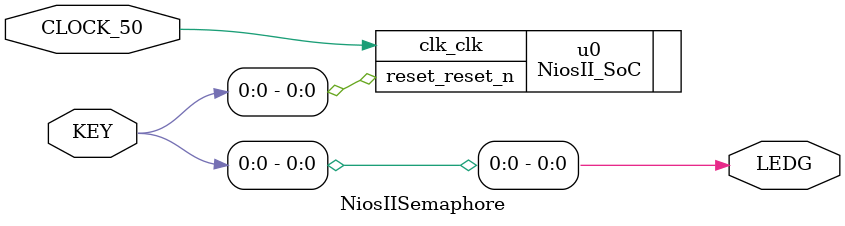
<source format=v>
module NiosIISemaphore(CLOCK_50, KEY, LEDG);
	input CLOCK_50;
	input [3:0] KEY;
	output [8:0] LEDG;

    NiosII_SoC u0 (
        .clk_clk       (CLOCK_50),     //   clk.clk
        .reset_reset_n (KEY[0])  		// reset.reset_n
    );
	 
	 assign LEDG[0] = KEY[0];
endmodule

</source>
